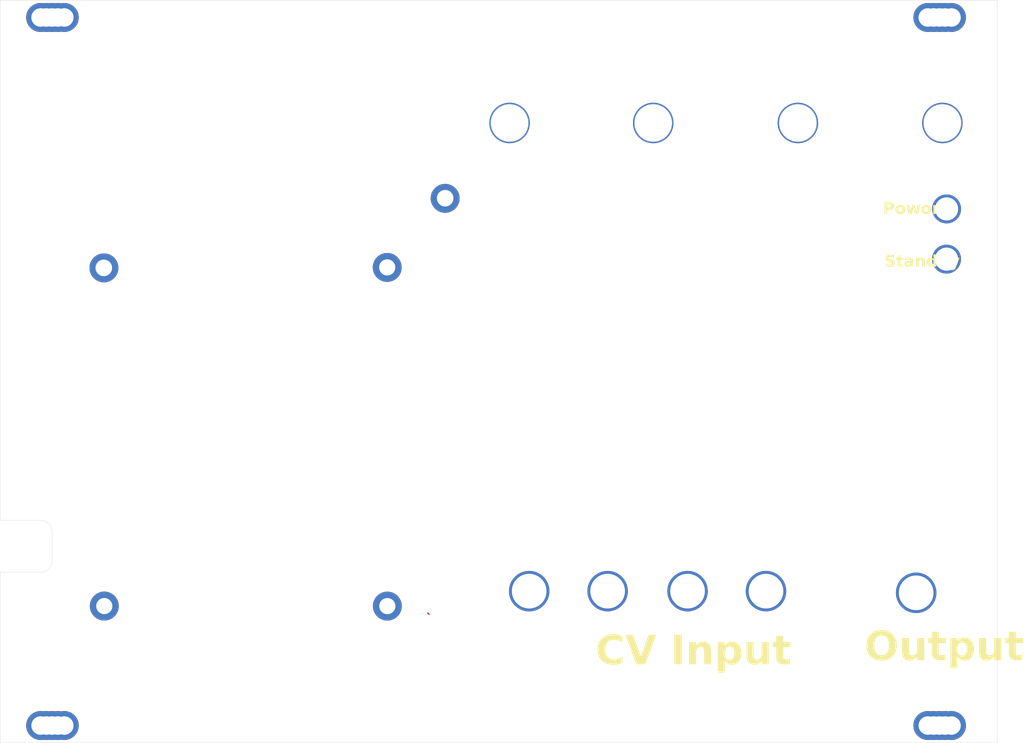
<source format=kicad_pcb>
(kicad_pcb
	(version 20240108)
	(generator "pcbnew")
	(generator_version "8.0")
	(general
		(thickness 1.6)
		(legacy_teardrops no)
	)
	(paper "A4")
	(layers
		(0 "F.Cu" signal)
		(31 "B.Cu" signal)
		(32 "B.Adhes" user "B.Adhesive")
		(33 "F.Adhes" user "F.Adhesive")
		(34 "B.Paste" user)
		(35 "F.Paste" user)
		(36 "B.SilkS" user "B.Silkscreen")
		(37 "F.SilkS" user "F.Silkscreen")
		(38 "B.Mask" user)
		(39 "F.Mask" user)
		(40 "Dwgs.User" user "User.Drawings")
		(41 "Cmts.User" user "User.Comments")
		(42 "Eco1.User" user "User.Eco1")
		(43 "Eco2.User" user "User.Eco2")
		(44 "Edge.Cuts" user)
		(45 "Margin" user)
		(46 "B.CrtYd" user "B.Courtyard")
		(47 "F.CrtYd" user "F.Courtyard")
		(48 "B.Fab" user)
		(49 "F.Fab" user)
		(50 "User.1" user)
		(51 "User.2" user)
		(52 "User.3" user)
		(53 "User.4" user)
		(54 "User.5" user)
		(55 "User.6" user)
		(56 "User.7" user)
		(57 "User.8" user)
		(58 "User.9" user)
	)
	(setup
		(pad_to_mask_clearance 0)
		(allow_soldermask_bridges_in_footprints no)
		(pcbplotparams
			(layerselection 0x00010fc_ffffffff)
			(plot_on_all_layers_selection 0x0000000_00000000)
			(disableapertmacros no)
			(usegerberextensions no)
			(usegerberattributes yes)
			(usegerberadvancedattributes yes)
			(creategerberjobfile yes)
			(dashed_line_dash_ratio 12.000000)
			(dashed_line_gap_ratio 3.000000)
			(svgprecision 4)
			(plotframeref no)
			(viasonmask no)
			(mode 1)
			(useauxorigin no)
			(hpglpennumber 1)
			(hpglpenspeed 20)
			(hpglpendiameter 15.000000)
			(pdf_front_fp_property_popups yes)
			(pdf_back_fp_property_popups yes)
			(dxfpolygonmode yes)
			(dxfimperialunits yes)
			(dxfusepcbnewfont yes)
			(psnegative no)
			(psa4output no)
			(plotreference yes)
			(plotvalue yes)
			(plotfptext yes)
			(plotinvisibletext no)
			(sketchpadsonfab no)
			(subtractmaskfromsilk no)
			(outputformat 1)
			(mirror no)
			(drillshape 0)
			(scaleselection 1)
			(outputdirectory "panel/")
		)
	)
	(net 0 "")
	(net 1 "5V")
	(net 2 "GND")
	(gr_circle
		(center 108.093918 41.16)
		(end 110.483918 42.999743)
		(stroke
			(width 0.2)
			(type default)
		)
		(fill none)
		(layer "B.Cu")
		(net 2)
		(uuid "e70cdbd8-4577-46b2-89f6-0b7fb1d66419")
	)
	(gr_circle
		(center 97 54.25)
		(end 98.4 54.25)
		(stroke
			(width 0.1)
			(type default)
		)
		(fill none)
		(layer "Edge.Cuts")
		(uuid "01260e62-36f0-48be-86fe-de2ca4d441d6")
	)
	(gr_line
		(start 20 148.5)
		(end 192.5 148.5)
		(stroke
			(width 0.05)
			(type default)
		)
		(layer "Edge.Cuts")
		(uuid "026b7cd1-1524-4e4f-8845-1debcbf7a88f")
	)
	(gr_line
		(start 192.5 98)
		(end 192.5 20)
		(stroke
			(width 0.05)
			(type default)
		)
		(layer "Edge.Cuts")
		(uuid "19963256-00e6-4a21-8548-0db3a32487c7")
	)
	(gr_arc
		(start 29 117)
		(mid 28.414214 118.414214)
		(end 27 119)
		(stroke
			(width 0.05)
			(type default)
		)
		(layer "Edge.Cuts")
		(uuid "2e17caa5-7f8d-424c-b5c8-35217a2de26a")
	)
	(gr_line
		(start 192.5 20)
		(end 20 20)
		(stroke
			(width 0.05)
			(type default)
		)
		(layer "Edge.Cuts")
		(uuid "40b7b421-998e-430f-821f-828266510520")
	)
	(gr_line
		(start 20 119)
		(end 20 148.5)
		(stroke
			(width 0.05)
			(type default)
		)
		(layer "Edge.Cuts")
		(uuid "45f1ce83-9bf8-4645-afa6-fafcf5f4f994")
	)
	(gr_line
		(start 29 117)
		(end 29 112)
		(stroke
			(width 0.05)
			(type default)
		)
		(layer "Edge.Cuts")
		(uuid "4b882f8f-1e89-414d-9cae-53f643fcaa0f")
	)
	(gr_line
		(start 20 20)
		(end 20 110)
		(stroke
			(width 0.05)
			(type default)
		)
		(layer "Edge.Cuts")
		(uuid "6088e898-0185-49fe-89b3-b2a2136c6a03")
	)
	(gr_line
		(start 192.5 148.5)
		(end 192.5 98)
		(stroke
			(width 0.05)
			(type default)
		)
		(layer "Edge.Cuts")
		(uuid "6d227df8-ec82-4e14-8d6b-af3555887d60")
	)
	(gr_line
		(start 20 119)
		(end 27 119)
		(stroke
			(width 0.05)
			(type default)
		)
		(layer "Edge.Cuts")
		(uuid "87003bbf-f451-4c3e-b325-1e583cd0108b")
	)
	(gr_circle
		(center 37.91 66.32)
		(end 39.31 66.32)
		(stroke
			(width 0.1)
			(type default)
		)
		(fill none)
		(layer "Edge.Cuts")
		(uuid "8def5026-e27a-4e8f-99f4-a185882c3e7d")
	)
	(gr_arc
		(start 27 110)
		(mid 28.414214 110.585786)
		(end 29 112)
		(stroke
			(width 0.05)
			(type default)
		)
		(layer "Edge.Cuts")
		(uuid "e75a3f7d-a0f4-4515-8d45-aa2a5627a3a0")
	)
	(gr_line
		(start 20 110)
		(end 27 110)
		(stroke
			(width 0.05)
			(type default)
		)
		(layer "Edge.Cuts")
		(uuid "f34636df-614a-4ef5-9f0a-3b0528afd21e")
	)
	(gr_text "CV Input"
		(at 123 135.75 0)
		(layer "F.SilkS")
		(uuid "164d6d52-aaa6-4dc9-851b-871e94aac764")
		(effects
			(font
				(face "Impact")
				(size 5 5)
				(thickness 0.3)
				(bold yes)
			)
			(justify left bottom)
		)
		(render_cache "CV Input" 0
			(polygon
				(pts
					(xy 126.743021 131.773691) (xy 125.218946 131.773691) (xy 125.218946 130.788171) (xy 125.213279 130.5304)
					(xy 125.178646 130.298464) (xy 125.007676 130.210537) (xy 124.813503 130.319225) (xy 124.77782 130.571005)
					(xy 124.771981 130.833356) (xy 124.771981 133.362491) (xy 124.77782 133.614652) (xy 124.813503 133.857083)
					(xy 124.996685 133.962107) (xy 125.174982 133.85464) (xy 125.21169 133.604595) (xy 125.218774 133.349243)
					(xy 125.218946 133.294103) (xy 125.218946 132.555268) (xy 126.743021 132.555268) (xy 126.743021 132.810502)
					(xy 126.73995 133.070058) (xy 126.728158 133.34941) (xy 126.707521 133.59373) (xy 126.666248 133.864992)
					(xy 126.617236 134.051256) (xy 126.509807 134.273579) (xy 126.343226 134.478013) (xy 126.142728 134.646708)
					(xy 126.065247 134.69972) (xy 125.839246 134.821536) (xy 125.588668 134.908548) (xy 125.313514 134.960755)
					(xy 125.052592 134.977885) (xy 125.013782 134.978157) (xy 124.742258 134.967054) (xy 124.491889 134.933745)
					(xy 124.231656 134.868486) (xy 123.999053 134.774224) (xy 123.945219 134.746127) (xy 123.730048 134.600915)
					(xy 123.543765 134.406714) (xy 123.413057 134.177927) (xy 123.384682 134.102547) (xy 123.318565 133.839365)
					(xy 123.2821 133.590858) (xy 123.261263 133.34734) (xy 123.250043 133.075658) (xy 123.247906 132.87889)
					(xy 123.247906 131.279099) (xy 123.249893 131.033347) (xy 123.257029 130.786547) (xy 123.273249 130.529138)
					(xy 123.289427 130.382728) (xy 123.350977 130.140281) (xy 123.468154 129.90509) (xy 123.540997 129.798988)
					(xy 123.721775 129.604414) (xy 123.926713 129.455925) (xy 124.122295 129.355687) (xy 124.36494 129.270679)
					(xy 124.628813 129.217155) (xy 124.884449 129.195903) (xy 124.973482 129.194487) (xy 125.246967 129.206466)
					(xy 125.498947 129.242405) (xy 125.760592 129.312816) (xy 125.99415 129.41452) (xy 126.04815 129.444836)
					(xy 126.264802 129.594823) (xy 126.451372 129.784588) (xy 126.580935 129.998682) (xy 126.608688 130.067655)
					(xy 126.673624 130.308951) (xy 126.713504 130.576797) (xy 126.734625 130.852361) (xy 126.742496 131.119163)
					(xy 126.743021 131.214375)
				)
			)
			(polygon
				(pts
					(xy 130.681437 129.272644) (xy 129.935275 134.9) (xy 127.672365 134.9) (xy 126.826064 129.272644)
					(xy 128.43196 129.272644) (xy 128.464781 129.560727) (xy 128.496074 129.843676) (xy 128.525841 130.121493)
					(xy 128.554082 130.394177) (xy 128.580796 130.661728) (xy 128.605983 130.924146) (xy 128.629644 131.181431)
					(xy 128.651779 131.433583) (xy 128.672387 131.680602) (xy 128.700437 132.041507) (xy 128.725052 132.390862)
					(xy 128.746232 132.728669) (xy 128.763978 133.054926) (xy 128.7739 133.266015) (xy 128.788297 132.95365)
					(xy 128.803553 132.648992) (xy 128.819667 132.35204) (xy 128.83664 132.062794) (xy 128.854472 131.781256)
					(xy 128.873162 131.507423) (xy 128.892711 131.241298) (xy 128.913119 130.982879) (xy 128.934385 130.732166)
					(xy 128.964076 130.40987) (xy 128.971737 130.331437) (xy 129.07554 129.272644)
				)
			)
			(polygon
				(pts
					(xy 133.5806 129.272644) (xy 133.5806 134.9) (xy 132.056524 134.9) (xy 132.056524 129.272644)
				)
			)
			(polygon
				(pts
					(xy 135.519888 130.288695) (xy 135.502791 130.586671) (xy 135.678474 130.416445) (xy 135.805652 130.337543)
					(xy 136.03336 130.246381) (xy 136.290584 130.211033) (xy 136.32711 130.210537) (xy 136.586657 130.235266)
					(xy 136.825197 130.31787) (xy 136.935275 130.386392) (xy 137.120085 130.569699) (xy 137.230299 130.792183)
					(xy 137.239357 130.824808) (xy 137.281031 131.069127) (xy 137.299664 131.314577) (xy 137.307144 131.577519)
					(xy 137.307745 131.686985) (xy 137.307745 134.9) (xy 135.842288 134.9) (xy 135.842288 131.707745)
					(xy 135.839665 131.454558) (xy 135.824552 131.202759) (xy 135.815422 131.156978) (xy 135.678646 131.070272)
					(xy 135.525994 131.172854) (xy 135.499483 131.436585) (xy 135.494521 131.690559) (xy 135.494242 131.78224)
					(xy 135.494242 134.9) (xy 134.028785 134.9) (xy 134.028785 130.288695)
				)
			)
			(polygon
				(pts
					(xy 140.267452 130.240366) (xy 140.495186 130.329853) (xy 140.590369 130.391277) (xy 140.770689 130.558874)
					(xy 140.889758 130.776174) (xy 140.898115 130.805268) (xy 140.93765 131.046769) (xy 140.954346 131.301936)
					(xy 140.959116 131.549518) (xy 140.959176 131.583182) (xy 140.959176 133.489497) (xy 140.955495 133.745151)
					(xy 140.942271 133.99611) (xy 140.912218 134.247986) (xy 140.88224 134.383426) (xy 140.7753 134.612833)
					(xy 140.596447 134.795013) (xy 140.567166 134.815736) (xy 140.339496 134.926766) (xy 140.095437 134.974192)
					(xy 139.993196 134.978157) (xy 139.735519 134.946711) (xy 139.497383 134.852372) (xy 139.287059 134.710798)
					(xy 139.153 134.572714) (xy 139.153 135.525261) (xy 137.687543 135.525261) (xy 137.687543 133.535903)
					(xy 139.153 133.535903) (xy 139.157809 133.796079) (xy 139.187194 134.030495) (xy 139.33374 134.118422)
					(xy 139.466852 134.040265) (xy 139.491594 133.781686) (xy 139.493719 133.601849) (xy 139.493719 131.635694)
					(xy 139.490689 131.388554) (xy 139.468073 131.143545) (xy 139.330076 131.070272) (xy 139.185973 131.158199)
					(xy 139.156896 131.403509) (xy 139.153 131.635694) (xy 139.153 133.535903) (xy 137.687543 133.535903)
					(xy 137.687543 130.288695) (xy 139.178646 130.288695) (xy 139.160327 130.611095) (xy 139.336526 130.441763)
					(xy 139.50471 130.336322) (xy 139.74651 130.241983) (xy 139.993162 130.21066) (xy 140.010293 130.210537)
				)
			)
			(polygon
				(pts
					(xy 144.571528 130.288695) (xy 144.571528 134.9) (xy 143.079204 134.9) (xy 143.096301 134.627669)
					(xy 142.908997 134.79757) (xy 142.808094 134.857257) (xy 142.572095 134.947932) (xy 142.321454 134.978039)
					(xy 142.303733 134.978157) (xy 142.059317 134.959413) (xy 141.820876 134.891203) (xy 141.765177 134.864584)
					(xy 141.558926 134.71187) (xy 141.447662 134.560502) (xy 141.353399 134.331417) (xy 141.320655 134.169713)
					(xy 141.303959 133.91977) (xy 141.297758 133.651079) (xy 141.296231 133.38203) (xy 141.296231 130.288695)
					(xy 142.761688 130.288695) (xy 142.761688 133.425994) (xy 142.763813 133.686996) (xy 142.774387 133.940187)
					(xy 142.788555 134.03538) (xy 142.932658 134.118422) (xy 143.081646 134.032937) (xy 143.101396 133.787402)
					(xy 143.105689 133.5231) (xy 143.106071 133.3918) (xy 143.106071 130.288695)
				)
			)
			(polygon
				(pts
					(xy 146.512037 129.663433) (xy 146.512037 130.366852) (xy 146.885729 130.366852) (xy 146.885729 131.148429)
					(xy 146.512037 131.148429) (xy 146.512037 133.594521) (xy 146.516222 133.851671) (xy 146.547452 134.078122)
					(xy 146.801802 134.116494) (xy 146.944347 134.118422) (xy 146.944347 134.9) (xy 146.345952 134.9)
					(xy 146.098517 134.896812) (xy 145.853555 134.884257) (xy 145.658408 134.859699) (xy 145.425335 134.771646)
					(xy 145.284717 134.666748) (xy 145.134894 134.471266) (xy 145.081995 134.321144) (xy 145.055281 134.057409)
					(xy 145.046008 133.787638) (xy 145.043069 133.523586) (xy 145.042916 133.439427) (xy 145.042916 131.148429)
					(xy 144.743719 131.148429) (xy 144.743719 130.366852) (xy 145.042916 130.366852) (xy 145.042916 129.663433)
				)
			)
		)
	)
	(gr_text "Powor\n"
		(at 172.73 57.34 0)
		(layer "F.SilkS")
		(uuid "1c0e900f-009b-4dff-a38e-f915ec8196e9")
		(effects
			(font
				(face "Impact")
				(size 2 2)
				(thickness 0.3)
				(bold yes)
			)
			(justify left bottom)
		)
		(render_cache "Powor\n" 0
			(polygon
				(pts
					(xy 173.54278 54.750857) (xy 173.643331 54.757322) (xy 173.740249 54.770215) (xy 173.811995 54.786671)
					(xy 173.907405 54.823036) (xy 173.991247 54.879422) (xy 174.008855 54.897069) (xy 174.06769 54.982017)
					(xy 174.099225 55.070481) (xy 174.114406 55.170294) (xy 174.120817 55.271101) (xy 174.122672 55.379692)
					(xy 174.122672 55.571179) (xy 174.119802 55.671074) (xy 174.108144 55.776022) (xy 174.082315 55.872742)
					(xy 174.076755 55.885764) (xy 174.01707 55.969798) (xy 173.931345 56.029638) (xy 173.909204 56.040125)
					(xy 173.80795 56.072571) (xy 173.708249 56.08817) (xy 173.606609 56.093318) (xy 173.594619 56.09337)
					(xy 173.454912 56.09337) (xy 173.454912 57) (xy 172.845282 57) (xy 172.845282 55.155478) (xy 173.454912 55.155478)
					(xy 173.454912 55.686461) (xy 173.481779 55.68695) (xy 173.575505 55.659268) (xy 173.580942 55.653244)
					(xy 173.606129 55.5557) (xy 173.607808 55.502302) (xy 173.607808 55.321074) (xy 173.596787 55.221827)
					(xy 173.576545 55.185275) (xy 173.481839 55.156205) (xy 173.454912 55.155478) (xy 172.845282 55.155478)
					(xy 172.845282 54.749057) (xy 173.443677 54.749057)
				)
			)
			(polygon
				(pts
					(xy 174.953718 55.128697) (xy 175.058056 55.144191) (xy 175.152089 55.170752) (xy 175.17829 55.180879)
					(xy 175.272445 55.228025) (xy 175.354603 55.290418) (xy 175.390293 55.32889) (xy 175.446953 55.40994)
					(xy 175.487325 55.49927) (xy 175.492875 55.517445) (xy 175.511908 55.620682) (xy 175.519386 55.727902)
					(xy 175.520718 55.808094) (xy 175.520718 56.251639) (xy 175.519503 56.352966) (xy 175.515137 56.453655)
					(xy 175.505215 56.556848) (xy 175.495317 56.614096) (xy 175.462205 56.713111) (xy 175.411198 56.800199)
					(xy 175.386385 56.832449) (xy 175.317142 56.901463) (xy 175.23471 56.955364) (xy 175.172428 56.982903)
					(xy 175.078594 57.010436) (xy 174.975755 57.02654) (xy 174.874452 57.031263) (xy 174.773893 57.028017)
					(xy 174.672494 57.016797) (xy 174.573518 56.995199) (xy 174.556936 56.99023) (xy 174.460081 56.94948)
					(xy 174.377054 56.889908) (xy 174.352749 56.864689) (xy 174.296676 56.784386) (xy 174.256685 56.691368)
					(xy 174.248213 56.662456) (xy 174.22946 56.557721) (xy 174.224133 56.494417) (xy 174.803621 56.494417)
					(xy 174.806627 56.592877) (xy 174.817299 56.65464) (xy 174.869078 56.687369) (xy 174.921346 56.657571)
					(xy 174.933904 56.558836) (xy 174.934535 56.512491) (xy 174.934535 55.666434) (xy 174.932104 55.56647)
					(xy 174.921835 55.498394) (xy 174.870544 55.468108) (xy 174.817299 55.498883) (xy 174.804703 55.597684)
					(xy 174.803621 55.666434) (xy 174.803621 56.494417) (xy 174.224133 56.494417) (xy 174.221075 56.458073)
					(xy 174.217709 56.354316) (xy 174.217438 56.311723) (xy 174.217438 55.847662) (xy 174.220127 55.74134)
					(xy 174.229782 55.632652) (xy 174.249037 55.526727) (xy 174.273614 55.447103) (xy 174.323249 55.3535)
					(xy 174.394242 55.273519) (xy 174.477313 55.21263) (xy 174.566318 55.16989) (xy 174.66792 55.141138)
					(xy 174.768807 55.127323) (xy 174.851004 55.124214)
				)
			)
			(polygon
				(pts
					(xy 177.490293 55.155478) (xy 177.265101 57) (xy 176.634466 57) (xy 176.618497 56.885673) (xy 176.605808 56.786312)
					(xy 176.593195 56.679929) (xy 176.580658 56.566524) (xy 176.568198 56.446097) (xy 176.555814 56.318648)
					(xy 176.546576 56.218453) (xy 176.537382 56.114308) (xy 176.534326 56.078715) (xy 176.53076 56.177514)
					(xy 176.523604 56.291085) (xy 176.513222 56.402833) (xy 176.499615 56.512758) (xy 176.48792 56.59016)
					(xy 176.423928 57) (xy 175.793782 57) (xy 175.554912 55.155478) (xy 176.064891 55.155478) (xy 176.07608 55.271831)
					(xy 176.085766 55.370898) (xy 176.098352 55.499107) (xy 176.109695 55.614387) (xy 176.122669 55.746059)
					(xy 176.137275 55.894123) (xy 176.147919 56.001939) (xy 176.159287 56.117041) (xy 176.171381 56.239427)
					(xy 176.174159 56.141477) (xy 176.183471 56.023799) (xy 176.195317 55.901029) (xy 176.206766 55.792252)
					(xy 176.220413 55.66916) (xy 176.236258 55.531755) (xy 176.248043 55.432199) (xy 176.260805 55.326282)
					(xy 176.274543 55.214003) (xy 176.281779 55.155478) (xy 176.769776 55.155478) (xy 176.867962 56.239427)
					(xy 176.872083 56.115421) (xy 176.879075 55.988132) (xy 176.886202 55.890512) (xy 176.894943 55.791045)
					(xy 176.905299 55.689733) (xy 176.917268 55.586574) (xy 176.930852 55.481569) (xy 176.946051 55.374718)
					(xy 176.962864 55.266021) (xy 176.98129 55.155478)
				)
			)
			(polygon
				(pts
					(xy 178.257835 55.128697) (xy 178.362173 55.144191) (xy 178.456206 55.170752) (xy 178.482407 55.180879)
					(xy 178.576563 55.228025) (xy 178.65872 55.290418) (xy 178.69441 55.32889) (xy 178.75107 55.40994)
					(xy 178.791442 55.49927) (xy 178.796992 55.517445) (xy 178.816026 55.620682) (xy 178.823503 55.727902)
					(xy 178.824836 55.808094) (xy 178.824836 56.251639) (xy 178.82362 56.352966) (xy 178.819254 56.453655)
					(xy 178.809332 56.556848) (xy 178.799434 56.614096) (xy 178.766322 56.713111) (xy 178.715315 56.800199)
					(xy 178.690502 56.832449) (xy 178.621259 56.901463) (xy 178.538827 56.955364) (xy 178.476545 56.982903)
					(xy 178.382711 57.010436) (xy 178.279872 57.02654) (xy 178.178569 57.031263) (xy 178.078011 57.028017)
					(xy 177.976612 57.016797) (xy 177.877635 56.995199) (xy 177.861053 56.99023) (xy 177.764199 56.94948)
					(xy 177.681171 56.889908) (xy 177.656866 56.864689) (xy 177.600793 56.784386) (xy 177.560802 56.691368)
					(xy 177.55233 56.662456) (xy 177.533577 56.557721) (xy 177.52825 56.494417) (xy 178.107739 56.494417)
					(xy 178.110744 56.592877) (xy 178.121416 56.65464) (xy 178.173196 56.687369) (xy 178.225464 56.657571)
					(xy 178.238022 56.558836) (xy 178.238653 56.512491) (xy 178.238653 55.666434) (xy 178.236222 55.56647)
					(xy 178.225952 55.498394) (xy 178.174661 55.468108) (xy 178.121416 55.498883) (xy 178.10882 55.597684)
					(xy 178.107739 55.666434) (xy 178.107739 56.494417) (xy 177.52825 56.494417) (xy 177.525192 56.458073)
					(xy 177.521826 56.354316) (xy 177.521556 56.311723) (xy 177.521556 55.847662) (xy 177.524244 55.74134)
					(xy 177.533899 55.632652) (xy 177.553155 55.526727) (xy 177.577732 55.447103) (xy 177.627367 55.3535)
					(xy 177.698359 55.273519) (xy 177.78143 55.21263) (xy 177.870435 55.16989) (xy 177.972037 55.141138)
					(xy 178.072924 55.127323) (xy 178.155122 55.124214)
				)
			)
			(polygon
				(pts
					(xy 179.556099 55.155478) (xy 179.51702 55.432449) (xy 179.563371 55.332723) (xy 179.619991 55.252266)
					(xy 179.699028 55.182753) (xy 179.792043 55.139466) (xy 179.882896 55.123237) (xy 179.882896 55.812002)
					(xy 179.781542 55.816447) (xy 179.680355 55.836833) (xy 179.651842 55.849616) (xy 179.582587 55.919331)
					(xy 179.569776 55.955129) (xy 179.558907 56.060079) (xy 179.55558 56.163132) (xy 179.554648 56.264068)
					(xy 179.554633 56.279972) (xy 179.554633 57) (xy 178.96845 57) (xy 178.96845 55.155478)
				)
			)
		)
	)
	(gr_text "Output"
		(at 169.53 135.04 0)
		(layer "F.SilkS")
		(uuid "69d28888-2b09-4377-af93-9adfac45ba1d")
		(effects
			(font
				(face "Impact")
				(size 5 5)
				(thickness 0.3)
				(bold yes)
			)
			(justify left bottom)
		)
		(render_cache "Output" 0
			(polygon
				(pts
					(xy 171.737849 128.496175) (xy 171.996641 128.53658) (xy 172.238022 128.605846) (xy 172.307041 128.632254)
					(xy 172.540642 128.750753) (xy 172.741054 128.904751) (xy 172.894445 129.075554) (xy 173.026587 129.284506)
					(xy 173.121699 129.525619) (xy 173.159448 129.715471) (xy 173.181344 129.979844) (xy 173.193022 130.262097)
					(xy 173.198374 130.515061) (xy 173.200807 130.803401) (xy 173.200969 130.907376) (xy 173.200969 131.845268)
					(xy 173.199986 132.091974) (xy 173.196207 132.357244) (xy 173.188218 132.624293) (xy 173.174365 132.873535)
					(xy 173.160669 133.021297) (xy 173.106058 133.275348) (xy 173.002675 133.513599) (xy 172.906657 133.663656)
					(xy 172.742124 133.848995) (xy 172.542382 134.002009) (xy 172.330244 134.113063) (xy 172.09287 134.194851)
					(xy 171.832599 134.246347) (xy 171.578777 134.266794) (xy 171.490048 134.268157) (xy 171.241658 134.256565)
					(xy 170.982436 134.216494) (xy 170.740864 134.147801) (xy 170.671835 134.121612) (xy 170.438233 134.002561)
					(xy 170.237822 133.848589) (xy 170.084431 133.678311) (xy 169.952288 133.468664) (xy 169.857176 133.227121)
					(xy 169.819427 133.037173) (xy 169.797531 132.772799) (xy 169.790179 132.595094) (xy 171.301981 132.595094)
					(xy 171.305321 132.850404) (xy 171.322852 133.097413) (xy 171.336175 133.156852) (xy 171.486385 133.252107)
					(xy 171.641479 133.140976) (xy 171.671049 132.880712) (xy 171.676756 132.612754) (xy 171.676894 132.554794)
					(xy 171.676894 130.053747) (xy 171.670848 129.797083) (xy 171.640258 129.590907) (xy 171.496154 129.500537)
					(xy 171.352051 129.572588) (xy 171.306871 129.830971) (xy 171.301981 130.053747) (xy 171.301981 132.595094)
					(xy 169.790179 132.595094) (xy 169.785853 132.490546) (xy 169.780501 132.237583) (xy 169.778068 131.949243)
					(xy 169.777906 131.845268) (xy 169.777906 130.907376) (xy 169.77889 130.66067) (xy 169.782668 130.395399)
					(xy 169.790657 130.128351) (xy 169.80451 129.879108) (xy 169.818206 129.731346) (xy 169.872817 129.477296)
					(xy 169.976201 129.239044) (xy 170.072219 129.088988) (xy 170.236607 128.903794) (xy 170.435916 128.751212)
					(xy 170.647411 128.640802) (xy 170.885547 128.55837) (xy 171.146582 128.506468) (xy 171.401091 128.48586)
					(xy 171.490048 128.484487)
				)
			)
			(polygon
				(pts
					(xy 176.857285 129.578695) (xy 176.857285 134.19) (xy 175.364961 134.19) (xy 175.382058 133.917669)
					(xy 175.194754 134.08757) (xy 175.093852 134.147257) (xy 174.857852 134.237932) (xy 174.607211 134.268039)
					(xy 174.58949 134.268157) (xy 174.345074 134.249413) (xy 174.106633 134.181203) (xy 174.050935 134.154584)
					(xy 173.844683 134.00187) (xy 173.733419 133.850502) (xy 173.639156 133.621417) (xy 173.606413 133.459713)
					(xy 173.589716 133.20977) (xy 173.583515 132.941079) (xy 173.581988 132.67203) (xy 173.581988 129.578695)
					(xy 175.047445 129.578695) (xy 175.047445 132.715994) (xy 175.049571 132.976996) (xy 175.060144 133.230187)
					(xy 175.074312 133.32538) (xy 175.218415 133.408422) (xy 175.367404 133.322937) (xy 175.387153 133.077402)
					(xy 175.391446 132.8131) (xy 175.391828 132.6818) (xy 175.391828 129.578695)
				)
			)
			(polygon
				(pts
					(xy 178.797794 128.953433) (xy 178.797794 129.656852) (xy 179.171486 129.656852) (xy 179.171486 130.438429)
					(xy 178.797794 130.438429) (xy 178.797794 132.884521) (xy 178.801979 133.141671) (xy 178.83321 133.368122)
					(xy 179.08756 133.406494) (xy 179.230104 133.408422) (xy 179.230104 134.19) (xy 178.631709 134.19)
					(xy 178.384274 134.186812) (xy 178.139312 134.174257) (xy 177.944166 134.149699) (xy 177.711093 134.061646)
					(xy 177.570474 133.956748) (xy 177.420651 133.761266) (xy 177.367752 133.611144) (xy 177.341038 133.347409)
					(xy 177.331765 133.077638) (xy 177.328826 132.813586) (xy 177.328674 132.729427) (xy 177.328674 130.438429)
					(xy 177.029476 130.438429) (xy 177.029476 129.656852) (xy 177.328674 129.656852) (xy 177.328674 128.953433)
				)
			)
			(polygon
				(pts
					(xy 181.966329 129.530366) (xy 182.194063 129.619853) (xy 182.289246 129.681277) (xy 182.469566 129.848874)
					(xy 182.588634 130.066174) (xy 182.596992 130.095268) (xy 182.636526 130.336769) (xy 182.653223 130.591936)
					(xy 182.657993 130.839518) (xy 182.658053 130.873182) (xy 182.658053 132.779497) (xy 182.654371 133.035151)
					(xy 182.641148 133.28611) (xy 182.611094 133.537986) (xy 182.581116 133.673426) (xy 182.474176 133.902833)
					(xy 182.295323 134.085013) (xy 182.266043 134.105736) (xy 182.038372 134.216766) (xy 181.794313 134.264192)
					(xy 181.692072 134.268157) (xy 181.434396 134.236711) (xy 181.196259 134.142372) (xy 180.985936 134.000798)
					(xy 180.851877 133.862714) (xy 180.851877 134.815261) (xy 179.38642 134.815261) (xy 179.38642 132.825903)
					(xy 180.851877 132.825903) (xy 180.856685 133.086079) (xy 180.886071 133.320495) (xy 181.032616 133.408422)
					(xy 181.165729 133.330265) (xy 181.19047 133.071686) (xy 181.192595 132.891849) (xy 181.192595 130.925694)
					(xy 181.189565 130.678554) (xy 181.16695 130.433545) (xy 181.028953 130.360272) (xy 180.884849 130.448199)
					(xy 180.855773 130.693509) (xy 180.851877 130.925694) (xy 180.851877 132.825903) (xy 179.38642 132.825903)
					(xy 179.38642 129.578695) (xy 180.877522 129.578695) (xy 180.859204 129.901095) (xy 181.035402 129.731763)
					(xy 181.203586 129.626322) (xy 181.445387 129.531983) (xy 181.692039 129.50066) (xy 181.709169 129.500537)
				)
			)
			(polygon
				(pts
					(xy 186.270404 129.578695) (xy 186.270404 134.19) (xy 184.77808 134.19) (xy 184.795177 133.917669)
					(xy 184.607874 134.08757) (xy 184.506971 134.147257) (xy 184.270971 134.237932) (xy 184.02033 134.268039)
					(xy 184.002609 134.268157) (xy 183.758194 134.249413) (xy 183.519753 134.181203) (xy 183.464054 134.154584)
					(xy 183.257802 134.00187) (xy 183.146538 133.850502) (xy 183.052276 133.621417) (xy 183.019532 133.459713)
					(xy 183.002836 133.20977) (xy 182.996634 132.941079) (xy 182.995108 132.67203) (xy 182.995108 129.578695)
					(xy 184.460565 129.578695) (xy 184.460565 132.715994) (xy 184.46269 132.976996) (xy 184.473263 133.230187)
					(xy 184.487431 133.32538) (xy 184.631535 133.408422) (xy 184.780523 133.322937) (xy 184.800272 133.077402)
					(xy 184.804566 132.8131) (xy 184.804947 132.6818) (xy 184.804947 129.578695)
				)
			)
			(polygon
				(pts
					(xy 188.210914 128.953433) (xy 188.210914 129.656852) (xy 188.584605 129.656852) (xy 188.584605 130.438429)
					(xy 188.210914 130.438429) (xy 188.210914 132.884521) (xy 188.215098 133.141671) (xy 188.246329 133.368122)
					(xy 188.500679 133.406494) (xy 188.643224 133.408422) (xy 188.643224 134.19) (xy 188.044829 134.19)
					(xy 187.797393 134.186812) (xy 187.552431 134.174257) (xy 187.357285 134.149699) (xy 187.124212 134.061646)
					(xy 186.983593 133.956748) (xy 186.83377 133.761266) (xy 186.780872 133.611144) (xy 186.754158 133.347409)
					(xy 186.744884 133.077638) (xy 186.741946 132.813586) (xy 186.741793 132.729427) (xy 186.741793 130.438429)
					(xy 186.442595 130.438429) (xy 186.442595 129.656852) (xy 186.741793 129.656852) (xy 186.741793 128.953433)
				)
			)
		)
	)
	(gr_text "Standby"
		(at 172.97 66.45 0)
		(layer "F.SilkS")
		(uuid "8e3108e0-77de-4386-b5ec-0efb8f970967")
		(effects
			(font
				(face "Impact")
				(size 2 2)
				(thickness 0.3)
				(bold yes)
			)
			(justify left bottom)
		)
		(render_cache "Standby" 0
			(polygon
				(pts
					(xy 174.342156 64.578108) (xy 173.773558 64.578108) (xy 173.773558 64.397369) (xy 173.768149 64.299515)
					(xy 173.756461 64.260593) (xy 173.699797 64.234214) (xy 173.632875 64.268897) (xy 173.610118 64.365376)
					(xy 173.609916 64.379295) (xy 173.619904 64.479485) (xy 173.638248 64.527794) (xy 173.707005 64.597576)
					(xy 173.788407 64.653183) (xy 173.796517 64.65822) (xy 173.889238 64.716968) (xy 173.972983 64.7728)
					(xy 174.065041 64.838491) (xy 174.143075 64.899625) (xy 174.218203 64.966974) (xy 174.286957 65.046566)
					(xy 174.336781 65.143926) (xy 174.36426 65.239152) (xy 174.381874 65.351441) (xy 174.389122 65.46127)
					(xy 174.390027 65.520886) (xy 174.387269 65.618883) (xy 174.377362 65.716511) (xy 174.354846 65.816994)
					(xy 174.332386 65.873084) (xy 174.274249 65.953592) (xy 174.194766 66.01822) (xy 174.111102 66.06457)
					(xy 174.015232 66.101643) (xy 173.91117 66.126583) (xy 173.811794 66.138566) (xy 173.733014 66.141263)
					(xy 173.632826 66.136962) (xy 173.526283 66.121513) (xy 173.428227 66.09483) (xy 173.32806 66.051381)
					(xy 173.242459 65.996607) (xy 173.168919 65.926502) (xy 173.114252 65.838146) (xy 173.107264 65.820816)
					(xy 173.079701 65.722127) (xy 173.063622 65.614381) (xy 173.056272 65.503556) (xy 173.054996 65.427096)
					(xy 173.054996 65.265896) (xy 173.623593 65.265896) (xy 173.623593 65.553126) (xy 173.628356 65.651556)
					(xy 173.642644 65.704556) (xy 173.711032 65.734842) (xy 173.784305 65.695275) (xy 173.80861 65.596859)
					(xy 173.809218 65.571688) (xy 173.804352 65.466301) (xy 173.783478 65.36838) (xy 173.759392 65.326468)
					(xy 173.682135 65.260832) (xy 173.600081 65.203035) (xy 173.505864 65.14141) (xy 173.492679 65.133028)
					(xy 173.40471 65.076244) (xy 173.321118 65.019877) (xy 173.242044 64.962213) (xy 173.203496 64.930307)
					(xy 173.137794 64.852515) (xy 173.090323 64.764212) (xy 173.084305 64.750055) (xy 173.055729 64.654869)
					(xy 173.04112 64.552288) (xy 173.037411 64.457452) (xy 173.040636 64.352346) (xy 173.052223 64.248024)
					(xy 173.075329 64.150806) (xy 173.104822 64.082295) (xy 173.16692 63.999657) (xy 173.24412 63.937061)
					(xy 173.321709 63.895205) (xy 173.421 63.859657) (xy 173.520395 63.83892) (xy 173.629295 63.828848)
					(xy 173.680746 63.827794) (xy 173.79093 63.832465) (xy 173.892871 63.846479) (xy 173.997701 63.873411)
					(xy 174.072023 63.902533) (xy 174.163261 63.953156) (xy 174.238829 64.017877) (xy 174.288422 64.092065)
					(xy 174.319015 64.188832) (xy 174.3346 64.295054) (xy 174.340844 64.3945) (xy 174.342156 64.474549)
				)
			)
			(polygon
				(pts
					(xy 175.133503 64.015373) (xy 175.133503 64.296741) (xy 175.282979 64.296741) (xy 175.282979 64.609371)
					(xy 175.133503 64.609371) (xy 175.133503 65.587808) (xy 175.135177 65.690668) (xy 175.147669 65.781249)
					(xy 175.249409 65.796597) (xy 175.306427 65.797369) (xy 175.306427 66.11) (xy 175.067069 66.11)
					(xy 174.968094 66.108724) (xy 174.87011 66.103703) (xy 174.792051 66.093879) (xy 174.698822 66.058658)
					(xy 174.642575 66.016699) (xy 174.582645 65.938506) (xy 174.561486 65.878457) (xy 174.5508 65.772963)
					(xy 174.547091 65.665055) (xy 174.545915 65.559434) (xy 174.545854 65.525771) (xy 174.545854 64.609371)
					(xy 174.426175 64.609371) (xy 174.426175 64.296741) (xy 174.545854 64.296741) (xy 174.545854 64.015373)
				)
			)
			(polygon
				(pts
					(xy 176.088544 64.237804) (xy 176.195911 64.251064) (xy 176.302302 64.278182) (xy 176.40119 64.323945)
					(xy 176.420174 64.336308) (xy 176.500831 64.404601) (xy 176.562887 64.490081) (xy 176.597006 64.586413)
					(xy 176.61141 64.693626) (xy 176.618394 64.79172) (xy 176.622613 64.889732) (xy 176.625378 65.002532)
					(xy 176.626542 65.103419) (xy 176.626803 65.185296) (xy 176.626803 66.11) (xy 176.055764 66.11)
					(xy 176.055764 65.993251) (xy 175.986521 66.064692) (xy 175.948297 66.089972) (xy 175.856339 66.12844)
					(xy 175.755711 66.141212) (xy 175.748506 66.141263) (xy 175.64784 66.131104) (xy 175.552715 66.100627)
					(xy 175.471046 66.055289) (xy 175.40407 65.982045) (xy 175.365001 65.882762) (xy 175.348505 65.783689)
					(xy 175.34404 65.683551) (xy 175.34404 65.582435) (xy 175.896029 65.582435) (xy 175.898609 65.680518)
					(xy 175.91166 65.761221) (xy 175.972233 65.797369) (xy 176.027431 65.770502) (xy 176.039796 65.667096)
					(xy 176.040621 65.604905) (xy 176.040621 65.250265) (xy 175.965327 65.316369) (xy 175.916057 65.393391)
					(xy 175.899334 65.491143) (xy 175.896029 65.582435) (xy 175.34404 65.582435) (xy 175.34404 65.532609)
					(xy 175.349372 65.424181) (xy 175.370372 65.320309) (xy 175.411451 65.242937) (xy 175.489303 65.180862)
					(xy 175.583035 65.130247) (xy 175.676882 65.088477) (xy 175.738736 65.063663) (xy 175.83031 65.026655)
					(xy 175.925 64.985271) (xy 176.012063 64.937426) (xy 176.023524 64.925422) (xy 176.039802 64.8285)
					(xy 176.040621 64.785226) (xy 176.037068 64.686144) (xy 176.022058 64.614256) (xy 175.964417 64.578108)
					(xy 175.907264 64.607418) (xy 175.896918 64.709609) (xy 175.896029 64.782295) (xy 175.896029 64.984528)
					(xy 175.34404 64.984528) (xy 175.34404 64.849706) (xy 175.347185 64.751032) (xy 175.35996 64.644176)
					(xy 175.385362 64.547792) (xy 175.394354 64.525352) (xy 175.446538 64.442737) (xy 175.519115 64.373765)
					(xy 175.596099 64.322142) (xy 175.687959 64.279638) (xy 175.793729 64.251044) (xy 175.899425 64.237306)
					(xy 175.98591 64.234214)
				)
			)
			(polygon
				(pts
					(xy 177.37614 64.265478) (xy 177.369302 64.384668) (xy 177.439575 64.316578) (xy 177.490446 64.285017)
					(xy 177.581529 64.248552) (xy 177.684419 64.234413) (xy 177.69903 64.234214) (xy 177.802848 64.244106)
					(xy 177.898264 64.277148) (xy 177.942295 64.304556) (xy 178.016219 64.377879) (xy 178.060305 64.466873)
					(xy 178.063928 64.479923) (xy 178.080598 64.57765) (xy 178.088051 64.67583) (xy 178.091043 64.781007)
					(xy 178.091284 64.824794) (xy 178.091284 66.11) (xy 177.505101 66.11) (xy 177.505101 64.833098)
					(xy 177.504051 64.731823) (xy 177.498006 64.631103) (xy 177.494354 64.612791) (xy 177.439644 64.578108)
					(xy 177.378583 64.619141) (xy 177.367978 64.724634) (xy 177.365994 64.826223) (xy 177.365882 64.862896)
					(xy 177.365882 66.11) (xy 176.779699 66.11) (xy 176.779699 64.265478)
				)
			)
			(polygon
				(pts
					(xy 179.536713 66.11) (xy 178.95053 66.11) (xy 178.95053 65.997648) (xy 178.872818 66.060695) (xy 178.804961 66.098276)
					(xy 178.711905 66.130516) (xy 178.614452 66.141263) (xy 178.511427 66.129653) (xy 178.419849 66.094826)
					(xy 178.381444 66.070921) (xy 178.308568 66.005164) (xy 178.258254 65.91971) (xy 178.254438 65.908255)
					(xy 178.235404 65.806007) (xy 178.228334 65.707213) (xy 178.226927 65.630795) (xy 178.812777 65.630795)
					(xy 178.817599 65.731674) (xy 178.826454 65.768548) (xy 178.876769 65.797369) (xy 178.935387 65.764152)
					(xy 178.949051 65.663297) (xy 178.95053 65.580969) (xy 178.95053 64.73247) (xy 178.944429 64.634546)
					(xy 178.936364 64.606929) (xy 178.881165 64.578108) (xy 178.826454 64.60351) (xy 178.813111 64.701887)
					(xy 178.812777 64.73247) (xy 178.812777 65.630795) (xy 178.226927 65.630795) (xy 178.226594 65.612721)
					(xy 178.226594 64.765687) (xy 178.228334 64.667471) (xy 178.235404 64.56591) (xy 178.252725 64.469111)
					(xy 178.254438 64.463314) (xy 178.304807 64.372981) (xy 178.382909 64.303579) (xy 178.470561 64.258668)
					(xy 178.570789 64.236653) (xy 178.62129 64.234214) (xy 178.723384 64.243984) (xy 178.816685 64.273293)
					(xy 178.902792 64.320348) (xy 178.95053 64.361221) (xy 178.95053 63.859057) (xy 179.536713 63.859057)
				)
			)
			(polygon
				(pts
					(xy 180.283119 64.36806) (xy 180.359114 64.305158) (xy 180.414033 64.275736) (xy 180.511454 64.243338)
					(xy 180.604054 64.234214) (xy 180.707065 64.242372) (xy 180.802747 64.269055) (xy 180.808241 64.271339)
					(xy 180.893627 64.322447) (xy 180.942086 64.375875) (xy 180.987006 64.46288) (xy 180.997773 64.507278)
					(xy 181.004734 64.605341) (xy 181.006828 64.712856) (xy 181.007055 64.772526) (xy 181.007055 65.588297)
					(xy 181.004852 65.693385) (xy 180.997239 65.79175) (xy 180.979211 65.890669) (xy 180.936471 65.97967)
					(xy 180.86656 66.052279) (xy 180.847808 66.066524) (xy 180.757856 66.114914) (xy 180.655488 66.138635)
					(xy 180.604054 66.141263) (xy 180.50599 66.13015) (xy 180.41501 66.09681) (xy 180.331894 66.043546)
					(xy 180.274815 65.98739) (xy 180.24404 66.11) (xy 179.696936 66.11) (xy 179.696936 65.582435) (xy 180.283119 65.582435)
					(xy 180.285457 65.681857) (xy 180.297285 65.762198) (xy 180.352484 65.797369) (xy 180.407194 65.761221)
					(xy 180.419256 65.659911) (xy 180.420872 65.564361) (xy 180.420872 64.792065) (xy 180.417973 64.689456)
					(xy 180.405729 64.615233) (xy 180.348576 64.578108) (xy 180.295819 64.60986) (xy 180.284359 64.709624)
					(xy 180.283119 64.792065) (xy 180.283119 65.582435) (xy 179.696936 65.582435) (xy 179.696936 63.859057)
					(xy 180.283119 63.859057)
				)
			)
			(polygon
				(pts
					(xy 182.345994 64.265478) (xy 182.184794 65.592205) (xy 182.171267 65.702171) (xy 182.156484 65.813015)
					(xy 182.140906 65.91668) (xy 182.121779 66.019141) (xy 182.092207 66.112627) (xy 182.041465 66.201379)
					(xy 182.033852 66.211116) (xy 181.960579 66.277916) (xy 181.87059 66.321687) (xy 181.863859 66.323956)
					(xy 181.76494 66.345984) (xy 181.66767 66.355833) (xy 181.5646 66.359786) (xy 181.521919 66.360104)
					(xy 181.16972 66.360104) (xy 181.16972 66.047473) (xy 181.27269 66.045416) (xy 181.342156 66.036727)
					(xy 181.37293 65.991786) (xy 181.356999 65.89431) (xy 181.339225 65.804207) (xy 181.031479 64.265478)
					(xy 181.568325 64.265478) (xy 181.736364 65.533098) (xy 181.809637 64.265478)
				)
			)
		)
	)
	(via
		(at 86.97 66.24)
		(size 5)
		(drill 2.8)
		(layers "F.Cu" "B.Cu")
		(free yes)
		(net 0)
		(uuid "04313a46-e752-4d75-9617-0a18f3f6af63")
	)
	(via
		(at 27 145.5)
		(size 5)
		(drill 3.2)
		(layers "F.Cu" "B.Cu")
		(free yes)
		(net 0)
		(uuid "092631f6-1eba-4e7b-8f92-3f93a006d4e6")
	)
	(via
		(at 184.6 145.5)
		(size 5)
		(drill 3.2)
		(layers "F.Cu" "B.Cu")
		(free yes)
		(net 0)
		(uuid "13f6e898-91ec-443a-83be-2f0d453f3161")
	)
	(via
		(at 28 23)
		(size 5)
		(drill 3.2)
		(layers "F.Cu" "B.Cu")
		(free yes)
		(net 0)
		(uuid "191cdfb4-57fe-4085-889c-a679e182ed90")
	)
	(via
		(at 111.53 122.25)
		(size 7)
		(drill 6)
		(layers "F.Cu" "B.Cu")
		(free yes)
		(net 0)
		(uuid "27517660-b048-4ceb-beb1-c4f4eece5d12")
	)
	(via
		(at 28 145.5)
		(size 5)
		(drill 3.2)
		(layers "F.Cu" "B.Cu")
		(free yes)
		(net 0)
		(uuid "2fa73bce-b1e6-4401-9244-d7ae2f1005f0")
	)
	(via
		(at 178.48 122.54)
		(size 7)
		(drill 6)
		(layers "F.Cu" "B.Cu")
		(free yes)
		(net 0)
		(uuid "36733f78-8b99-4a6c-8921-b6276be0b947")
	)
	(via
		(at 31.1 145.5)
		(size 5)
		(drill 3.2)
		(layers "F.Cu" "B.Cu")
		(free yes)
		(net 0)
		(uuid "431012d1-c698-461c-9d34-efff19b8c216")
	)
	(via
		(at 30 145.5)
		(size 5)
		(drill 3.2)
		(layers "F.Cu" "B.Cu")
		(free yes)
		(net 0)
		(uuid "4a60495d-1a6b-43cd-9ea5-bfcb8de72a33")
	)
	(via
		(at 152.5 122.25)
		(size 7)
		(drill 6)
		(layers "F.Cu" "B.Cu")
		(free yes)
		(net 0)
		(uuid "529c12f5-1b56-454f-9f8a-0b1ed417af4b")
	)
	(via
		(at 138.93 122.25)
		(size 7)
		(drill 6)
		(layers "F.Cu" "B.Cu")
		(free yes)
		(net 0)
		(uuid "593d2a3c-8b50-4ca9-89cd-df0fe74b3281")
	)
	(via
		(at 29 23)
		(size 5)
		(drill 3.2)
		(layers "F.Cu" "B.Cu")
		(free yes)
		(net 0)
		(uuid "5975a6ef-a08e-4927-9eaa-4d28b3879e80")
	)
	(via
		(at 158.02 41.25)
		(size 7)
		(drill 6.5)
		(layers "F.Cu" "B.Cu")
		(free yes)
		(net 0)
		(uuid "5ea3fc79-68dc-4338-afd3-df3ab2541b54")
	)
	(via
		(at 181.5 23)
		(size 5)
		(drill 3.2)
		(layers "F.Cu" "B.Cu")
		(free yes)
		(net 0)
		(uuid "612231a9-3e69-4768-8a58-6075240c8c77")
	)
	(via
		(at 184.6 23)
		(size 5)
		(drill 3.2)
		(layers "F.Cu" "B.Cu")
		(free yes)
		(net 0)
		(uuid "6970eb8f-07ac-466e-a8cd-a7b502e83c81")
	)
	(via
		(at 180.5 145.5)
		(size 5)
		(drill 3.2)
		(layers "F.Cu" "B.Cu")
		(free yes)
		(net 0)
		(uuid "6c54b349-840a-408b-9b6d-dcfd87443d25")
	)
	(via
		(at 30 23)
		(size 5)
		(drill 3.2)
		(layers "F.Cu" "B.Cu")
		(free yes)
		(net 0)
		(uuid "836a7a76-830b-4bcc-8c8c-ca5cfd4f4a20")
	)
	(via
		(at 183.02 41.25)
		(size 7)
		(drill 6.5)
		(layers "F.Cu" "B.Cu")
		(free yes)
		(net 0)
		(uuid "872ed5d8-f56f-4d0d-9d30-b0adcb9e8181")
	)
	(via
		(at 86.99 124.84)
		(size 5)
		(drill 2.8)
		(layers "F.Cu" "B.Cu")
		(free yes)
		(net 0)
		(uuid "88bfb3fc-3db7-4daf-b100-efc607b1d91f")
	)
	(via
		(at 183.74 64.81)
		(size 5)
		(drill 4)
		(layers "F.Cu" "B.Cu")
		(free yes)
		(net 0)
		(uuid "8b811f8e-55e9-4561-bca3-283f2a218140")
	)
	(via
		(at 183.75 56.12)
		(size 5)
		(drill 4)
		(layers "F.Cu" "B.Cu")
		(free yes)
		(net 0)
		(uuid "9ea15293-f927-4b19-b04f-ef1bf9acf63d")
	)
	(via
		(at 182.5 23)
		(size 5)
		(drill 3.2)
		(layers "F.Cu" "B.Cu")
		(free yes)
		(net 0)
		(uuid "a998dd53-5705-4cd2-ba77-b7f3d3e43906")
	)
	(via
		(at 125.1 122.25)
		(size 7)
		(drill 6)
		(layers "F.Cu" "B.Cu")
		(free yes)
		(net 0)
		(uuid "aa8c5cb7-3a1b-43eb-ad73-455fa45ca591")
	)
	(via
		(at 183.5 23)
		(size 5)
		(drill 3.2)
		(layers "F.Cu" "B.Cu")
		(free yes)
		(net 0)
		(uuid "adf638fe-f4e4-4725-9e65-def9fff493ea")
	)
	(via
		(at 31.1 23)
		(size 5)
		(drill 3.2)
		(layers "F.Cu" "B.Cu")
		(free yes)
		(net 0)
		(uuid "b499c071-dd0b-43ba-aed7-5c74e959e422")
	)
	(via
		(at 29 145.5)
		(size 5)
		(drill 3.2)
		(layers "F.Cu" "B.Cu")
		(free yes)
		(net 0)
		(uuid "b8663590-2e54-448f-8e43-99143125f35d")
	)
	(via
		(at 181.5 145.5)
		(size 5)
		(drill 3.2)
		(layers "F.Cu" "B.Cu")
		(free yes)
		(net 0)
		(uuid "bb0f3379-c15a-4438-b284-ddba755c8289")
	)
	(via
		(at 38.02 124.83)
		(size 5)
		(drill 2.8)
		(layers "F.Cu" "B.Cu")
		(free yes)
		(net 0)
		(uuid "be120887-ba97-495b-a160-57b58429c357")
	)
	(via
		(at 180.5 23)
		(size 5)
		(drill 3.2)
		(layers "F.Cu" "B.Cu")
		(free yes)
		(net 0)
		(uuid "c93c5d88-8d3d-4423-9a8c-bd4969cc5492")
	)
	(via
		(at 27 23)
		(size 5)
		(drill 3.2)
		(layers "F.Cu" "B.Cu")
		(free yes)
		(net 0)
		(uuid "cb15c060-9b7b-487d-ba1d-e2714feb795c")
	)
	(via
		(at 183.5 145.5)
		(size 5)
		(drill 3.2)
		(layers "F.Cu" "B.Cu")
		(free yes)
		(net 0)
		(uuid "d091e455-cbbe-4987-8f5f-e4aa71bf2f3b")
	)
	(via
		(at 108.14 41.25)
		(size 7)
		(drill 6.5)
		(layers "F.Cu" "B.Cu")
		(free yes)
		(net 0)
		(uuid "df278514-20b6-423a-ab92-5b4dc803200f")
	)
	(via
		(at 96.99 54.29)
		(size 5)
		(drill 2.8)
		(layers "F.Cu" "B.Cu")
		(free yes)
		(net 0)
		(uuid "ec19d004-31c3-473f-b653-010c1fd2d2b9")
	)
	(via
		(at 182.5 145.5)
		(size 5)
		(drill 3.2)
		(layers "F.Cu" "B.Cu")
		(free yes)
		(net 0)
		(uuid "ecd1fdc9-8a40-468a-81db-2042bcc78c9e")
	)
	(via
		(at 132.99 41.25)
		(size 7)
		(drill 6.5)
		(layers "F.Cu" "B.Cu")
		(free yes)
		(net 0)
		(uuid "f57062ce-42ed-42f8-a437-cb76faf8a036")
	)
	(via
		(at 37.96 66.32)
		(size 5)
		(drill 2.8)
		(layers "F.Cu" "B.Cu")
		(free yes)
		(net 0)
		(uuid "fbf50dae-aa66-4a12-868d-825407cfa753")
	)
	(segment
		(start 94 126.06)
		(end 94.19 126.25)
		(width 0.25)
		(layer "F.Cu")
		(net 1)
		(uuid "844b9156-4177-48d8-a6c0-1e12942f9eff")
	)
)
</source>
